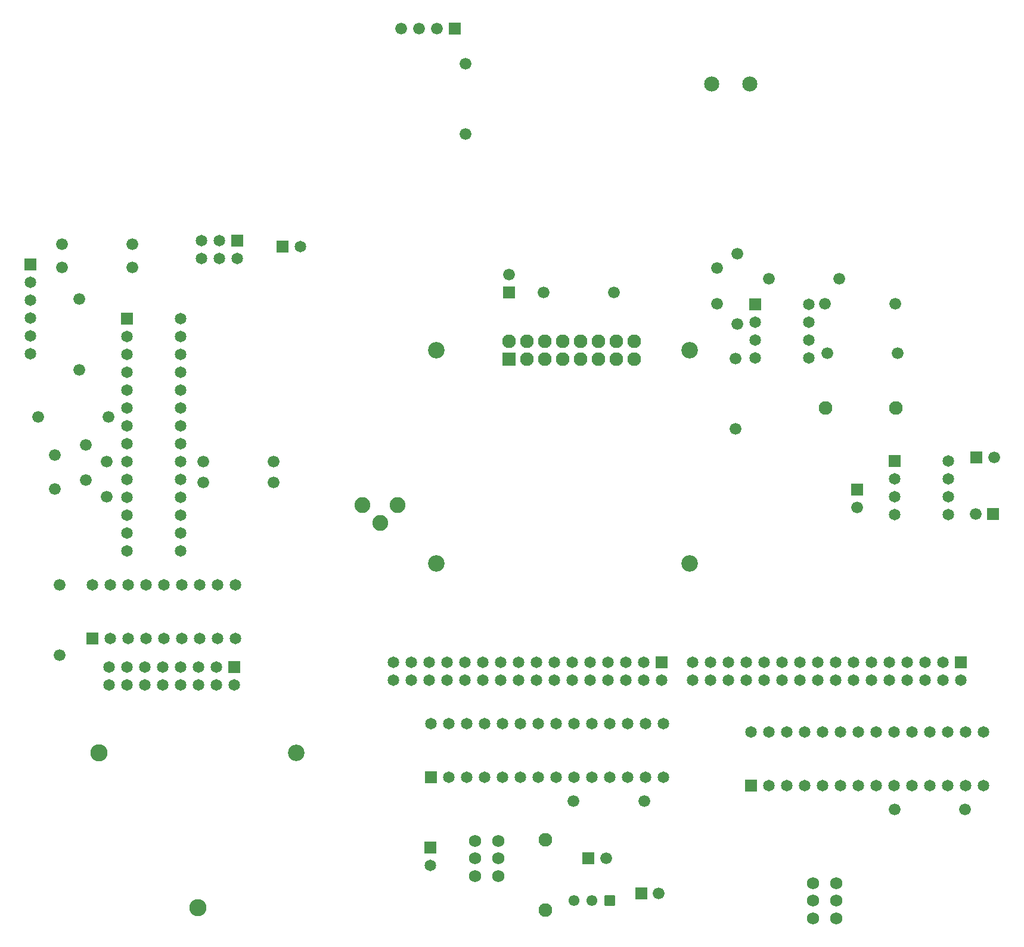
<source format=gts>
G04*
G04 #@! TF.GenerationSoftware,Altium Limited,Altium Designer,20.0.13 (296)*
G04*
G04 Layer_Color=8388736*
%FSLAX25Y25*%
%MOIN*%
G70*
G01*
G75*
%ADD17C,0.06600*%
%ADD18C,0.07687*%
%ADD19C,0.06506*%
%ADD20R,0.06506X0.06506*%
%ADD21C,0.09655*%
%ADD22C,0.09261*%
%ADD23R,0.06506X0.06506*%
%ADD24R,0.06600X0.06600*%
%ADD25R,0.06600X0.06600*%
%ADD26C,0.08868*%
%ADD27C,0.06899*%
G04:AMPARAMS|DCode=28|XSize=61.12mil|YSize=61.12mil|CornerRadius=4.93mil|HoleSize=0mil|Usage=FLASHONLY|Rotation=270.000|XOffset=0mil|YOffset=0mil|HoleType=Round|Shape=RoundedRectangle|*
%AMROUNDEDRECTD28*
21,1,0.06112,0.05126,0,0,270.0*
21,1,0.05126,0.06112,0,0,270.0*
1,1,0.00986,-0.02563,-0.02563*
1,1,0.00986,-0.02563,0.02563*
1,1,0.00986,0.02563,0.02563*
1,1,0.00986,0.02563,-0.02563*
%
%ADD28ROUNDEDRECTD28*%
%ADD29C,0.06112*%
%ADD30C,0.08474*%
%ADD31R,0.07687X0.07687*%
D17*
X510236Y484252D02*
D03*
Y444882D02*
D03*
X527953Y470079D02*
D03*
X567323D02*
D03*
X560630Y428346D02*
D03*
X600000D02*
D03*
X559449Y456299D02*
D03*
X598819D02*
D03*
X509449Y425591D02*
D03*
Y386221D02*
D03*
X643701Y338583D02*
D03*
X577559Y342126D02*
D03*
X653937Y370079D02*
D03*
X499213Y456299D02*
D03*
Y475984D02*
D03*
X342520Y610236D02*
D03*
X332520D02*
D03*
X322520D02*
D03*
X358268Y590551D02*
D03*
Y551181D02*
D03*
X401968Y462598D02*
D03*
X441339D02*
D03*
X382677Y472441D02*
D03*
X142520Y419291D02*
D03*
Y458661D02*
D03*
X158661Y392913D02*
D03*
X119291D02*
D03*
X157874Y367717D02*
D03*
Y348031D02*
D03*
X146063Y357480D02*
D03*
Y377165D02*
D03*
X128740Y352362D02*
D03*
Y371575D02*
D03*
X132677Y476378D02*
D03*
X172047D02*
D03*
X132677Y489370D02*
D03*
X172047D02*
D03*
X211811Y356299D02*
D03*
X251181D02*
D03*
X211811Y367717D02*
D03*
X251181D02*
D03*
X418898Y177953D02*
D03*
X458268D02*
D03*
X598425Y173228D02*
D03*
X637795D02*
D03*
X131496Y298819D02*
D03*
Y259449D02*
D03*
X466535Y125984D02*
D03*
X437008Y145669D02*
D03*
D18*
X559842Y397638D02*
D03*
X599213D02*
D03*
X403150Y156299D02*
D03*
Y116929D02*
D03*
X382756Y435197D02*
D03*
X392756Y425197D02*
D03*
Y435197D02*
D03*
X402756Y425197D02*
D03*
Y435197D02*
D03*
X412756Y425197D02*
D03*
Y435197D02*
D03*
X452756D02*
D03*
Y425197D02*
D03*
X442756Y435197D02*
D03*
Y425197D02*
D03*
X432756Y435197D02*
D03*
Y425197D02*
D03*
X422756Y435197D02*
D03*
Y425197D02*
D03*
D19*
X550433Y425945D02*
D03*
Y435945D02*
D03*
Y445945D02*
D03*
Y455945D02*
D03*
X520433Y425945D02*
D03*
Y435945D02*
D03*
Y445945D02*
D03*
X338583Y141732D02*
D03*
X265905Y488189D02*
D03*
X199213Y317638D02*
D03*
Y327638D02*
D03*
Y337638D02*
D03*
Y347638D02*
D03*
Y357638D02*
D03*
Y367638D02*
D03*
Y377638D02*
D03*
Y387638D02*
D03*
Y397638D02*
D03*
Y407638D02*
D03*
Y417638D02*
D03*
Y427638D02*
D03*
Y437638D02*
D03*
Y447638D02*
D03*
X169213Y317638D02*
D03*
Y327638D02*
D03*
Y337638D02*
D03*
Y347638D02*
D03*
Y357638D02*
D03*
Y367638D02*
D03*
Y377638D02*
D03*
Y387638D02*
D03*
Y397638D02*
D03*
Y407638D02*
D03*
Y417638D02*
D03*
Y427638D02*
D03*
Y437638D02*
D03*
X230866Y481339D02*
D03*
X220866Y491339D02*
D03*
Y481339D02*
D03*
X210866Y491339D02*
D03*
Y481339D02*
D03*
X528110Y186535D02*
D03*
X538110D02*
D03*
X548110D02*
D03*
X558110D02*
D03*
X568110D02*
D03*
X578110D02*
D03*
X588110D02*
D03*
X598110D02*
D03*
X608110D02*
D03*
X618110D02*
D03*
X628110D02*
D03*
X638110D02*
D03*
X648110D02*
D03*
X518110Y216535D02*
D03*
X528110D02*
D03*
X538110D02*
D03*
X548110D02*
D03*
X558110D02*
D03*
X568110D02*
D03*
X578110D02*
D03*
X588110D02*
D03*
X598110D02*
D03*
X608110D02*
D03*
X618110D02*
D03*
X628110D02*
D03*
X638110D02*
D03*
X648110D02*
D03*
X348976Y191260D02*
D03*
X358976D02*
D03*
X368976D02*
D03*
X378976D02*
D03*
X388976D02*
D03*
X398976D02*
D03*
X408976D02*
D03*
X418976D02*
D03*
X428976D02*
D03*
X438976D02*
D03*
X448976D02*
D03*
X458976D02*
D03*
X468976D02*
D03*
X338976Y221260D02*
D03*
X348976D02*
D03*
X358976D02*
D03*
X368976D02*
D03*
X378976D02*
D03*
X388976D02*
D03*
X398976D02*
D03*
X408976D02*
D03*
X418976D02*
D03*
X428976D02*
D03*
X438976D02*
D03*
X448976D02*
D03*
X458976D02*
D03*
X468976D02*
D03*
X159764Y268858D02*
D03*
X169764D02*
D03*
X179764D02*
D03*
X189764D02*
D03*
X199764D02*
D03*
X209764D02*
D03*
X219764D02*
D03*
X229764D02*
D03*
X149764Y298858D02*
D03*
X159764D02*
D03*
X169764D02*
D03*
X179764D02*
D03*
X189764D02*
D03*
X199764D02*
D03*
X209764D02*
D03*
X219764D02*
D03*
X229764D02*
D03*
X229213Y242756D02*
D03*
X219213Y252756D02*
D03*
Y242756D02*
D03*
X209213Y252756D02*
D03*
Y242756D02*
D03*
X199213Y252756D02*
D03*
Y242756D02*
D03*
X189213Y252756D02*
D03*
Y242756D02*
D03*
X179213Y252756D02*
D03*
Y242756D02*
D03*
X169213Y252756D02*
D03*
Y242756D02*
D03*
X159213Y252756D02*
D03*
Y242756D02*
D03*
X485276Y245512D02*
D03*
Y255512D02*
D03*
X495276Y245512D02*
D03*
Y255512D02*
D03*
X505276Y245512D02*
D03*
Y255512D02*
D03*
X515276Y245512D02*
D03*
Y255512D02*
D03*
X525276Y245512D02*
D03*
Y255512D02*
D03*
X535276Y245512D02*
D03*
Y255512D02*
D03*
X545276Y245512D02*
D03*
Y255512D02*
D03*
X555276Y245512D02*
D03*
Y255512D02*
D03*
X565276Y245512D02*
D03*
Y255512D02*
D03*
X575276Y245512D02*
D03*
Y255512D02*
D03*
X585276Y245512D02*
D03*
Y255512D02*
D03*
X595276Y245512D02*
D03*
Y255512D02*
D03*
X605276Y245512D02*
D03*
Y255512D02*
D03*
X615276Y245512D02*
D03*
Y255512D02*
D03*
X625276Y245512D02*
D03*
Y255512D02*
D03*
X635276Y245512D02*
D03*
X318032D02*
D03*
Y255512D02*
D03*
X328031Y245512D02*
D03*
Y255512D02*
D03*
X338032Y245512D02*
D03*
Y255512D02*
D03*
X348031Y245512D02*
D03*
Y255512D02*
D03*
X358032Y245512D02*
D03*
Y255512D02*
D03*
X368032Y245512D02*
D03*
Y255512D02*
D03*
X378031Y245512D02*
D03*
Y255512D02*
D03*
X388032Y245512D02*
D03*
Y255512D02*
D03*
X398031Y245512D02*
D03*
Y255512D02*
D03*
X408032Y245512D02*
D03*
Y255512D02*
D03*
X418032Y245512D02*
D03*
Y255512D02*
D03*
X428031Y245512D02*
D03*
Y255512D02*
D03*
X438031Y245512D02*
D03*
Y255512D02*
D03*
X448032Y245512D02*
D03*
Y255512D02*
D03*
X458032Y245512D02*
D03*
Y255512D02*
D03*
X468032Y245512D02*
D03*
X598386Y358150D02*
D03*
Y348150D02*
D03*
Y338150D02*
D03*
X628386Y368150D02*
D03*
Y358150D02*
D03*
Y348150D02*
D03*
Y338150D02*
D03*
X114961Y468110D02*
D03*
Y458110D02*
D03*
Y448110D02*
D03*
Y438110D02*
D03*
Y428110D02*
D03*
D20*
X520433Y455945D02*
D03*
X255906Y488189D02*
D03*
X169213Y447638D02*
D03*
X230866Y491339D02*
D03*
X229213Y252756D02*
D03*
X635276Y255512D02*
D03*
X468032D02*
D03*
X598386Y368150D02*
D03*
D21*
X208661Y118110D02*
D03*
X153543Y204724D02*
D03*
D22*
X263779D02*
D03*
X341929Y430177D02*
D03*
X483661D02*
D03*
Y310886D02*
D03*
X341929D02*
D03*
D23*
X338583Y151732D02*
D03*
X518110Y186535D02*
D03*
X338976Y191260D02*
D03*
X149764Y268858D02*
D03*
X114961Y478110D02*
D03*
D24*
X653543Y338583D02*
D03*
X644095Y370079D02*
D03*
X456693Y125984D02*
D03*
X427165Y145669D02*
D03*
D25*
X577559Y351969D02*
D03*
X352520Y610236D02*
D03*
X382677Y462598D02*
D03*
D26*
X320472Y343307D02*
D03*
X300787D02*
D03*
X310630Y333465D02*
D03*
D27*
X565748Y131890D02*
D03*
Y122047D02*
D03*
Y112205D02*
D03*
X552756D02*
D03*
Y122047D02*
D03*
Y131890D02*
D03*
X363779Y135827D02*
D03*
Y145669D02*
D03*
Y155512D02*
D03*
X376772D02*
D03*
Y145669D02*
D03*
Y135827D02*
D03*
D28*
X439134Y122047D02*
D03*
D29*
X419134D02*
D03*
X429134D02*
D03*
D30*
X517323Y579134D02*
D03*
X496063D02*
D03*
D31*
X382756Y425197D02*
D03*
M02*

</source>
